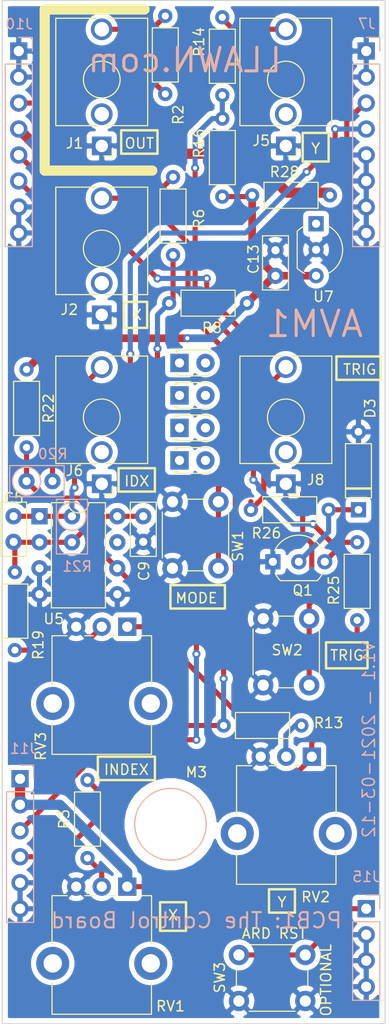
<source format=kicad_pcb>
(kicad_pcb (version 20171130) (host pcbnew "(5.1.2-1)-1")
  (layers (0 F.Cu signal) (31 B.Cu signal) (34 B.Paste user hide) (35 F.Paste user hide) (36 B.SilkS user) (37 F.SilkS user) (38 B.Mask user) (39 F.Mask user) (44 Edge.Cuts user))
  (net 0 "")
  (net 1 GND)
  (net 2 +5V)
  (net 3 -12V)
  (net 4 -5V)
  (net 5 "Net-(J1-PadT)")
  (net 6 "Net-(J1-PadTN)")
  (net 7 "Net-(J2-PadT)")
  (net 8 "Net-(J2-PadTN)")
  (net 9 "Net-(J5-PadT)")
  (net 10 "Net-(J5-PadTN)")
  (net 11 "Net-(J6-PadT)")
  (net 12 "Net-(J6-PadTN)")
  (net 13 "Net-(J8-PadT)")
  (net 14 "Net-(J8-PadTN)")
  (net 15 "Net-(R3-Pad2)")
  (net 16 "Net-(R13-Pad2)")
  (net 17 "Net-(R19-Pad2)")
  (net 18 "Net-(U5-Pad7)")
  (net 19 "Net-(C5-Pad2)")
  (net 20 "Net-(D3-Pad1)")
  (net 21 /front_E)
  (net 22 /front_D)
  (net 23 /front_C)
  (net 24 /front_B)
  (net 25 /front_A)
  (net 26 /front_G)
  (net 27 /front_F)
  (net 28 /front_H)
  (module jwm_kicad_footprints_misc:MountingHole_3.2mm_M3_9mm_cleared (layer F.Cu) (at 46.482 95.504)
    (fp_text reference M3 (at 2.54 -5.08) (layer F.SilkS))
    (fp_text value MountingHole_3.2mm_M3_9mm_cleared)
    (pad "" np_thru_hole circle (at 0 0) (size 3.2 3.2) (drill 3.2) (layers *.Cu *.Mask) (clearance 2.9))
  )
  (module Button_Switch_THT:SW_PUSH_6mm_H9.5mm (layer F.Cu) (at 59.69 112.776 180)
    (fp_text reference SW3 (at 8.382 2.286 90) (layer F.SilkS))
    (fp_text value Button_Trigger)
    (pad 1 thru_hole circle (at 6.5 0 270) (size 2 2) (drill 1.1) (layers *.Cu *.Mask) (net 1 GND))
    (pad 2 thru_hole circle (at 6.5 4.5 270) (size 2 2) (drill 1.1) (layers *.Cu *.Mask) (net 28 /front_H))
    (pad 1 thru_hole circle (at 0 0 270) (size 2 2) (drill 1.1) (layers *.Cu *.Mask) (net 1 GND))
    (pad 2 thru_hole circle (at 0 4.5 270) (size 2 2) (drill 1.1) (layers *.Cu *.Mask) (net 28 /front_H))
  )
  (module LED_THT:LED_D1.8mm_W3.3mm_H2.4mm (layer F.Cu) (at 47.371 50.419)
    (fp_text reference REF** hide)
    (fp_text value LED_D1.8mm_W3.3mm_H2.4mm)
    (pad 2 thru_hole circle (at 2.54 0) (size 1.8 1.8) (drill 0.9) (layers *.Cu *.Mask))
    (pad 1 thru_hole rect (at 0 0) (size 1.8 1.8) (drill 0.9) (layers *.Cu *.Mask))
  )
  (module LED_THT:LED_D1.8mm_W3.3mm_H2.4mm (layer F.Cu) (at 47.371 53.594)
    (fp_text reference REF** hide)
    (fp_text value LED_D1.8mm_W3.3mm_H2.4mm)
    (pad 2 thru_hole circle (at 2.54 0) (size 1.8 1.8) (drill 0.9) (layers *.Cu *.Mask))
    (pad 1 thru_hole rect (at 0 0) (size 1.8 1.8) (drill 0.9) (layers *.Cu *.Mask))
  )
  (module LED_THT:LED_D1.8mm_W3.3mm_H2.4mm (layer F.Cu) (at 47.371 56.769)
    (fp_text reference REF** hide)
    (fp_text value LED_D1.8mm_W3.3mm_H2.4mm)
    (pad 2 thru_hole circle (at 2.54 0) (size 1.8 1.8) (drill 0.9) (layers *.Cu *.Mask))
    (pad 1 thru_hole rect (at 0 0) (size 1.8 1.8) (drill 0.9) (layers *.Cu *.Mask))
  )
  (module LED_THT:LED_D1.8mm_W3.3mm_H2.4mm (layer F.Cu) (at 47.371 59.944)
    (fp_text reference REF** hide)
    (fp_text value LED_D1.8mm_W3.3mm_H2.4mm)
    (pad 2 thru_hole circle (at 2.54 0) (size 1.8 1.8) (drill 0.9) (layers *.Cu *.Mask))
    (pad 1 thru_hole rect (at 0 0) (size 1.8 1.8) (drill 0.9) (layers *.Cu *.Mask))
  )
  (module Connector_PinHeader_2.54mm:PinHeader_1x06_P2.54mm_Vertical (layer B.Cu) (at 31.75 91.059 180)
    (fp_text reference J11 (at -0.3302 2.9464) (layer B.SilkS) (effects (justify mirror)))
    (fp_text value Conn_01x06)
    (pad 6 thru_hole oval (at 0 -12.7 180) (size 1.7 1.7) (drill 1) (layers *.Cu *.Mask) (net 1 GND))
    (pad 5 thru_hole oval (at 0 -10.16 180) (size 1.7 1.7) (drill 1) (layers *.Cu *.Mask) (net 1 GND))
    (pad 4 thru_hole oval (at 0 -7.62 180) (size 1.7 1.7) (drill 1) (layers *.Cu *.Mask) (net 26 /front_G))
    (pad 3 thru_hole oval (at 0 -5.08 180) (size 1.7 1.7) (drill 1) (layers *.Cu *.Mask) (net 27 /front_F))
    (pad 2 thru_hole oval (at 0 -2.54 180) (size 1.7 1.7) (drill 1) (layers *.Cu *.Mask) (net 2 +5V))
    (pad 1 thru_hole rect (at 0 0 180) (size 1.7 1.7) (drill 1) (layers *.Cu *.Mask) (net 2 +5V))
  )
  (module Connector_PinHeader_2.54mm:PinHeader_1x04_P2.54mm_Vertical (layer B.Cu) (at 65.659 103.759 180)
    (fp_text reference J15 (at 0.0254 3.1242) (layer B.SilkS) (effects (justify mirror)))
    (fp_text value Conn_01x04)
    (pad 4 thru_hole oval (at 0 -7.62 180) (size 1.7 1.7) (drill 1) (layers *.Cu *.Mask) (net 1 GND))
    (pad 3 thru_hole oval (at 0 -5.08 180) (size 1.7 1.7) (drill 1) (layers *.Cu *.Mask) (net 1 GND))
    (pad 2 thru_hole oval (at 0 -2.54 180) (size 1.7 1.7) (drill 1) (layers *.Cu *.Mask) (net 1 GND))
    (pad 1 thru_hole rect (at 0 0 180) (size 1.7 1.7) (drill 1) (layers *.Cu *.Mask) (net 28 /front_H))
  )
  (module Connector_PinHeader_2.54mm:PinHeader_1x08_P2.54mm_Vertical (layer B.Cu) (at 31.623 19.939 180)
    (fp_text reference J10 (at -0.0254 2.6416) (layer B.SilkS) (effects (justify mirror)))
    (fp_text value Conn_01x08)
    (pad 8 thru_hole oval (at 0 -17.78 180) (size 1.7 1.7) (drill 1) (layers *.Cu *.Mask) (net 1 GND))
    (pad 7 thru_hole oval (at 0 -15.24 180) (size 1.7 1.7) (drill 1) (layers *.Cu *.Mask) (net 1 GND))
    (pad 6 thru_hole oval (at 0 -12.7 180) (size 1.7 1.7) (drill 1) (layers *.Cu *.Mask) (net 23 /front_C))
    (pad 5 thru_hole oval (at 0 -10.16 180) (size 1.7 1.7) (drill 1) (layers *.Cu *.Mask) (net 24 /front_B))
    (pad 4 thru_hole oval (at 0 -7.62 180) (size 1.7 1.7) (drill 1) (layers *.Cu *.Mask) (net 3 -12V))
    (pad 3 thru_hole oval (at 0 -5.08 180) (size 1.7 1.7) (drill 1) (layers *.Cu *.Mask) (net 25 /front_A))
    (pad 2 thru_hole oval (at 0 -2.54 180) (size 1.7 1.7) (drill 1) (layers *.Cu *.Mask) (net 1 GND))
    (pad 1 thru_hole rect (at 0 0 180) (size 1.7 1.7) (drill 1) (layers *.Cu *.Mask) (net 1 GND))
  )
  (module Connector_PinHeader_2.54mm:PinHeader_1x08_P2.54mm_Vertical (layer B.Cu) (at 65.659 19.939 180)
    (fp_text reference J7 (at -0.0508 2.667) (layer B.SilkS) (effects (justify mirror)))
    (fp_text value Conn_01x08)
    (pad 8 thru_hole oval (at 0 -17.78 180) (size 1.7 1.7) (drill 1) (layers *.Cu *.Mask) (net 1 GND))
    (pad 7 thru_hole oval (at 0 -15.24 180) (size 1.7 1.7) (drill 1) (layers *.Cu *.Mask) (net 1 GND))
    (pad 6 thru_hole oval (at 0 -12.7 180) (size 1.7 1.7) (drill 1) (layers *.Cu *.Mask) (net 1 GND))
    (pad 5 thru_hole oval (at 0 -10.16 180) (size 1.7 1.7) (drill 1) (layers *.Cu *.Mask) (net 1 GND))
    (pad 4 thru_hole oval (at 0 -7.62 180) (size 1.7 1.7) (drill 1) (layers *.Cu *.Mask) (net 21 /front_E))
    (pad 3 thru_hole oval (at 0 -5.08 180) (size 1.7 1.7) (drill 1) (layers *.Cu *.Mask) (net 22 /front_D))
    (pad 2 thru_hole oval (at 0 -2.54 180) (size 1.7 1.7) (drill 1) (layers *.Cu *.Mask) (net 1 GND))
    (pad 1 thru_hole rect (at 0 0 180) (size 1.7 1.7) (drill 1) (layers *.Cu *.Mask) (net 1 GND))
  )
  (module jwm_kicad_footprints_misc:R_Axial_P7.62mm_Horizontal_LZX (layer F.Cu) (at 31.242 70.866 270)
    (fp_text reference R19 (at 7.112 -2.286 90) (layer F.SilkS))
    (fp_text value 100K)
    (pad 2 thru_hole oval (at 7.62 0 270) (size 1.4 1.4) (drill 0.7) (layers *.Cu *.Mask) (net 17 "Net-(R19-Pad2)"))
    (pad 1 thru_hole circle (at 0 0 270) (size 1.4 1.4) (drill 0.7) (layers *.Cu *.Mask) (net 19 "Net-(C5-Pad2)"))
  )
  (module jwm_kicad_footprints_misc:R_Axial_P7.62mm_Horizontal_LZX (layer F.Cu) (at 51.689 85.852)
    (fp_text reference R13 (at 10.287 -0.254 180) (layer F.SilkS))
    (fp_text value 100K)
    (pad 2 thru_hole oval (at 7.62 0) (size 1.4 1.4) (drill 0.7) (layers *.Cu *.Mask) (net 16 "Net-(R13-Pad2)"))
    (pad 1 thru_hole circle (at 0 0) (size 1.4 1.4) (drill 0.7) (layers *.Cu *.Mask) (net 27 /front_F))
  )
  (module jwm_kicad_footprints_misc:R_Axial_P7.62mm_Horizontal_LZX (layer F.Cu) (at 61.976 64.77 180)
    (fp_text reference R26 (at 6.096 -2.286) (layer F.SilkS))
    (fp_text value 100K)
    (pad 2 thru_hole oval (at 7.62 0 180) (size 1.4 1.4) (drill 0.7) (layers *.Cu *.Mask) (net 13 "Net-(J8-PadT)"))
    (pad 1 thru_hole circle (at 0 0 180) (size 1.4 1.4) (drill 0.7) (layers *.Cu *.Mask) (net 20 "Net-(D3-Pad1)"))
  )
  (module jwm_kicad_footprints_misc:R_Axial_P7.62mm_Horizontal_LZX (layer F.Cu) (at 64.77 67.945 270)
    (fp_text reference R25 (at 4.699 2.286 90) (layer F.SilkS))
    (fp_text value 10K)
    (pad 2 thru_hole oval (at 7.62 0 270) (size 1.4 1.4) (drill 0.7) (layers *.Cu *.Mask) (net 2 +5V))
    (pad 1 thru_hole circle (at 0 0 270) (size 1.4 1.4) (drill 0.7) (layers *.Cu *.Mask) (net 23 /front_C))
  )
  (module jwm_kicad_footprints_misc:R_Axial_P7.62mm_Horizontal_LZX (layer F.Cu) (at 38.354 91.186 270)
    (fp_text reference R3 (at 3.81 2.286 90) (layer F.SilkS))
    (fp_text value 100K)
    (pad 2 thru_hole oval (at 7.62 0 270) (size 1.4 1.4) (drill 0.7) (layers *.Cu *.Mask) (net 15 "Net-(R3-Pad2)"))
    (pad 1 thru_hole circle (at 0 0 270) (size 1.4 1.4) (drill 0.7) (layers *.Cu *.Mask) (net 26 /front_G))
  )
  (module jwm_kicad_footprints_misc:R_Axial_P7.62mm_Horizontal_LZX (layer F.Cu) (at 32.385 51.054 270)
    (fp_text reference R22 (at 3.81 -2.159 90) (layer F.SilkS))
    (fp_text value 100K)
    (pad 2 thru_hole oval (at 7.62 0 270) (size 1.4 1.4) (drill 0.7) (layers *.Cu *.Mask) (net 19 "Net-(C5-Pad2)"))
    (pad 1 thru_hole circle (at 0 0 270) (size 1.4 1.4) (drill 0.7) (layers *.Cu *.Mask) (net 4 -5V))
  )
  (module jwm_kicad_footprints_misc:R_Axial_P7.62mm_Horizontal_LZX (layer F.Cu) (at 46.355 44.577)
    (fp_text reference R8 (at 4.191 2.413 180) (layer F.SilkS))
    (fp_text value 100K)
    (pad 2 thru_hole oval (at 7.62 0) (size 1.4 1.4) (drill 0.7) (layers *.Cu *.Mask) (net 4 -5V))
    (pad 1 thru_hole circle (at 0 0) (size 1.4 1.4) (drill 0.7) (layers *.Cu *.Mask) (net 26 /front_G))
  )
  (module jwm_kicad_footprints_misc:R_Axial_P7.62mm_Horizontal_LZX (layer F.Cu) (at 46.736 39.878 90)
    (fp_text reference R6 (at 3.556 2.54 270) (layer F.SilkS))
    (fp_text value 100K)
    (pad 2 thru_hole oval (at 7.62 0 90) (size 1.4 1.4) (drill 0.7) (layers *.Cu *.Mask) (net 7 "Net-(J2-PadT)"))
    (pad 1 thru_hole circle (at 0 0 90) (size 1.4 1.4) (drill 0.7) (layers *.Cu *.Mask) (net 26 /front_G))
  )
  (module jwm_kicad_footprints_misc:R_Axial_P7.62mm_Horizontal_LZX (layer F.Cu) (at 62.103 34.036 180)
    (fp_text reference R28 (at 4.445 2.286) (layer F.SilkS))
    (fp_text value 10K)
    (pad 2 thru_hole oval (at 7.62 0 180) (size 1.4 1.4) (drill 0.7) (layers *.Cu *.Mask) (net 4 -5V))
    (pad 1 thru_hole circle (at 0 0 180) (size 1.4 1.4) (drill 0.7) (layers *.Cu *.Mask) (net 3 -12V))
  )
  (module jwm_kicad_footprints_misc:R_Axial_P7.62mm_Horizontal_LZX (layer F.Cu) (at 51.562 24.257 90)
    (fp_text reference R14 (at 5.207 -2.286 270) (layer F.SilkS))
    (fp_text value 100K)
    (pad 2 thru_hole oval (at 7.62 0 90) (size 1.4 1.4) (drill 0.7) (layers *.Cu *.Mask) (net 9 "Net-(J5-PadT)"))
    (pad 1 thru_hole circle (at 0 0 90) (size 1.4 1.4) (drill 0.7) (layers *.Cu *.Mask) (net 27 /front_F))
  )
  (module jwm_kicad_footprints_misc:R_Axial_P7.62mm_Horizontal_LZX (layer F.Cu) (at 51.562 26.543 270)
    (fp_text reference R16 (at 2.413 2.286 90) (layer F.SilkS))
    (fp_text value 100K)
    (pad 2 thru_hole oval (at 7.62 0 270) (size 1.4 1.4) (drill 0.7) (layers *.Cu *.Mask) (net 4 -5V))
    (pad 1 thru_hole circle (at 0 0 270) (size 1.4 1.4) (drill 0.7) (layers *.Cu *.Mask) (net 27 /front_F))
  )
  (module jwm_kicad_footprints_misc:R_Axial_P7.62mm_Horizontal_LZX (layer F.Cu) (at 45.974 16.51 270)
    (fp_text reference R2 (at 9.652 -1.27 270) (layer F.SilkS))
    (fp_text value 499R)
    (pad 2 thru_hole oval (at 7.62 0 270) (size 1.4 1.4) (drill 0.7) (layers *.Cu *.Mask) (net 25 /front_A))
    (pad 1 thru_hole circle (at 0 0 270) (size 1.4 1.4) (drill 0.7) (layers *.Cu *.Mask) (net 5 "Net-(J1-PadT)"))
  )
  (module Resistor_THT:R_Axial_DIN0207_L6.3mm_D2.5mm_P2.54mm_Vertical (layer B.Cu) (at 36.83 65.405 270)
    (fp_text reference R21 (at 4.9022 -0.508 180) (layer B.SilkS) (effects (justify mirror)))
    (fp_text value 100K)
    (pad 2 thru_hole oval (at 2.54 0 270) (size 1.6 1.6) (drill 0.8) (layers *.Cu *.Mask) (net 19 "Net-(C5-Pad2)"))
    (pad 1 thru_hole circle (at 0 0 270) (size 1.6 1.6) (drill 0.8) (layers *.Cu *.Mask) (net 21 /front_E))
  )
  (module Resistor_THT:R_Axial_DIN0207_L6.3mm_D2.5mm_P2.54mm_Vertical (layer B.Cu) (at 32.385 61.976)
    (fp_text reference R20 (at 2.5654 -2.667) (layer B.SilkS) (effects (justify mirror)))
    (fp_text value 100K)
    (pad 2 thru_hole oval (at 2.54 0) (size 1.6 1.6) (drill 0.8) (layers *.Cu *.Mask) (net 11 "Net-(J6-PadT)"))
    (pad 1 thru_hole circle (at 0 0) (size 1.6 1.6) (drill 0.8) (layers *.Cu *.Mask) (net 19 "Net-(C5-Pad2)"))
  )
  (module jwm_kicad_footprints_misc:C_Disc_D5.0mm_W2.5mm_P2.50mm_LZX (layer F.Cu) (at 31.115 65.405 270)
    (fp_text reference C5 (at -1.778 -0.0254 180) (layer F.SilkS))
    (fp_text value 10nf hide)
    (pad 2 thru_hole circle (at 2.5 0 270) (size 1.6 1.6) (drill 0.8) (layers *.Cu *.Mask) (net 19 "Net-(C5-Pad2)"))
    (pad 1 thru_hole circle (at 0 0 270) (size 1.6 1.6) (drill 0.8) (layers *.Cu *.Mask) (net 21 /front_E))
  )
  (module jwm_kicad_footprints_misc:D_P7.62mm_Horizontal_LZX (layer F.Cu) (at 64.897 64.77 90)
    (fp_text reference D3 (at 9.906 1.143 270) (layer F.SilkS))
    (fp_text value 1N4148 hide)
    (pad 2 thru_hole oval (at 7.62 0 90) (size 1.5 1.5) (drill 0.75) (layers *.Cu *.Mask) (net 1 GND))
    (pad 1 thru_hole rect (at 0 0 90) (size 1.5 1.5) (drill 0.75) (layers *.Cu *.Mask) (net 20 "Net-(D3-Pad1)"))
  )
  (module Package_TO_SOT_THT:TO-92_Inline_Wide (layer F.Cu) (at 60.745 36.815 270)
    (fp_text reference U7 (at 7.127 -0.723) (layer F.SilkS))
    (fp_text value LM4040LP-5)
    (pad 1 thru_hole rect (at 0 0) (size 1.5 1.5) (drill 0.8) (layers *.Cu *.Mask))
    (pad 3 thru_hole circle (at 5.08 0) (size 1.5 1.5) (drill 0.8) (layers *.Cu *.Mask) (net 4 -5V))
    (pad 2 thru_hole circle (at 2.54 0) (size 1.5 1.5) (drill 0.8) (layers *.Cu *.Mask) (net 1 GND))
  )
  (module Package_DIP:DIP-8_W7.62mm (layer F.Cu) (at 33.655 65.405)
    (fp_text reference U5 (at 1.397 10.033) (layer F.SilkS))
    (fp_text value MCP6002-xP)
    (pad 8 thru_hole oval (at 7.62 0) (size 1.6 1.6) (drill 0.8) (layers *.Cu *.Mask) (net 2 +5V))
    (pad 4 thru_hole oval (at 0 7.62) (size 1.6 1.6) (drill 0.8) (layers *.Cu *.Mask) (net 1 GND))
    (pad 7 thru_hole oval (at 7.62 2.54) (size 1.6 1.6) (drill 0.8) (layers *.Cu *.Mask) (net 18 "Net-(U5-Pad7)"))
    (pad 3 thru_hole oval (at 0 5.08) (size 1.6 1.6) (drill 0.8) (layers *.Cu *.Mask) (net 1 GND))
    (pad 6 thru_hole oval (at 7.62 5.08) (size 1.6 1.6) (drill 0.8) (layers *.Cu *.Mask) (net 2 +5V))
    (pad 2 thru_hole oval (at 0 2.54) (size 1.6 1.6) (drill 0.8) (layers *.Cu *.Mask) (net 19 "Net-(C5-Pad2)"))
    (pad 5 thru_hole oval (at 7.62 7.62) (size 1.6 1.6) (drill 0.8) (layers *.Cu *.Mask) (net 1 GND))
    (pad 1 thru_hole rect (at 0 0) (size 1.6 1.6) (drill 0.8) (layers *.Cu *.Mask) (net 21 /front_E))
  )
  (module Button_Switch_THT:SW_PUSH_6mm_H7.3mm (layer F.Cu) (at 55.571 81.915 90)
    (fp_text reference SW2 (at 3.429 2.341 180) (layer F.SilkS))
    (fp_text value Button_Trigger)
    (pad 1 thru_hole circle (at 6.5 0 180) (size 2 2) (drill 1.1) (layers *.Cu *.Mask) (net 1 GND))
    (pad 2 thru_hole circle (at 6.5 4.5 180) (size 2 2) (drill 1.1) (layers *.Cu *.Mask) (net 22 /front_D))
    (pad 1 thru_hole circle (at 0 0 180) (size 2 2) (drill 1.1) (layers *.Cu *.Mask) (net 1 GND))
    (pad 2 thru_hole circle (at 0 4.5 180) (size 2 2) (drill 1.1) (layers *.Cu *.Mask) (net 22 /front_D))
  )
  (module Button_Switch_THT:SW_PUSH_6mm_H7.3mm (layer F.Cu) (at 46.681 70.485 90)
    (fp_text reference SW1 (at 2.159 6.405 270) (layer F.SilkS))
    (fp_text value Button_Mode)
    (pad 1 thru_hole circle (at 6.5 0 180) (size 2 2) (drill 1.1) (layers *.Cu *.Mask) (net 1 GND))
    (pad 2 thru_hole circle (at 6.5 4.5 180) (size 2 2) (drill 1.1) (layers *.Cu *.Mask) (net 24 /front_B))
    (pad 1 thru_hole circle (at 0 0 180) (size 2 2) (drill 1.1) (layers *.Cu *.Mask) (net 1 GND))
    (pad 2 thru_hole circle (at 0 4.5 180) (size 2 2) (drill 1.1) (layers *.Cu *.Mask) (net 24 /front_B))
  )
  (module Potentiometer_THT:Potentiometer_Alpha_RD901F-40-00D_Single_Vertical_CircularHoles (layer F.Cu) (at 42.251 76.2 270)
    (fp_text reference RV3 (at 11.684 8.469 90) (layer F.SilkS))
    (fp_text value "B10K (INDEX)")
    (pad "" thru_hole circle (at 7.5 -2.3) (size 3.24 3.24) (drill 1.8) (layers *.Cu *.Mask))
    (pad "" thru_hole circle (at 7.5 7.3) (size 3.24 3.24) (drill 1.8) (layers *.Cu *.Mask))
    (pad 3 thru_hole circle (at 0 5) (size 1.8 1.8) (drill 1) (layers *.Cu *.Mask) (net 1 GND))
    (pad 2 thru_hole circle (at 0 2.5) (size 1.8 1.8) (drill 1) (layers *.Cu *.Mask) (net 17 "Net-(R19-Pad2)"))
    (pad 1 thru_hole rect (at 0 0) (size 1.8 1.8) (drill 1) (layers *.Cu *.Mask) (net 2 +5V))
  )
  (module Potentiometer_THT:Potentiometer_Alpha_RD901F-40-00D_Single_Vertical_CircularHoles (layer F.Cu) (at 60.325 88.9 270)
    (fp_text reference RV2 (at 13.716 -0.381) (layer F.SilkS))
    (fp_text value "B10K (Y)")
    (pad "" thru_hole circle (at 7.5 -2.3) (size 3.24 3.24) (drill 1.8) (layers *.Cu *.Mask))
    (pad "" thru_hole circle (at 7.5 7.3) (size 3.24 3.24) (drill 1.8) (layers *.Cu *.Mask))
    (pad 3 thru_hole circle (at 0 5) (size 1.8 1.8) (drill 1) (layers *.Cu *.Mask) (net 1 GND))
    (pad 2 thru_hole circle (at 0 2.5) (size 1.8 1.8) (drill 1) (layers *.Cu *.Mask) (net 16 "Net-(R13-Pad2)"))
    (pad 1 thru_hole rect (at 0 0) (size 1.8 1.8) (drill 1) (layers *.Cu *.Mask) (net 2 +5V))
  )
  (module Potentiometer_THT:Potentiometer_Alpha_RD901F-40-00D_Single_Vertical_CircularHoles (layer F.Cu) (at 42.251 101.6 270)
    (fp_text reference RV1 (at 11.684 -4.231) (layer F.SilkS))
    (fp_text value "B10K (X)")
    (pad "" thru_hole circle (at 7.5 -2.3) (size 3.24 3.24) (drill 1.8) (layers *.Cu *.Mask))
    (pad "" thru_hole circle (at 7.5 7.3) (size 3.24 3.24) (drill 1.8) (layers *.Cu *.Mask))
    (pad 3 thru_hole circle (at 0 5) (size 1.8 1.8) (drill 1) (layers *.Cu *.Mask) (net 1 GND))
    (pad 2 thru_hole circle (at 0 2.5) (size 1.8 1.8) (drill 1) (layers *.Cu *.Mask) (net 15 "Net-(R3-Pad2)"))
    (pad 1 thru_hole rect (at 0 0) (size 1.8 1.8) (drill 1) (layers *.Cu *.Mask) (net 2 +5V))
  )
  (module Package_TO_SOT_THT:TO-92_Inline_Wide (layer F.Cu) (at 56.515 69.85)
    (fp_text reference Q1 (at 2.921 2.794) (layer F.SilkS))
    (fp_text value 2N3904)
    (pad 1 thru_hole rect (at 0 0 90) (size 1.5 1.5) (drill 0.8) (layers *.Cu *.Mask) (net 1 GND))
    (pad 3 thru_hole circle (at 5.08 0 90) (size 1.5 1.5) (drill 0.8) (layers *.Cu *.Mask) (net 23 /front_C))
    (pad 2 thru_hole circle (at 2.54 0 90) (size 1.5 1.5) (drill 0.8) (layers *.Cu *.Mask) (net 20 "Net-(D3-Pad1)"))
  )
  (module Connector_Audio:Jack_3.5mm_QingPu_WQP-PJ398SM_Vertical_CircularHoles (layer F.Cu) (at 57.785 62.23 180)
    (fp_text reference J8 (at -2.921 0.381 180) (layer F.SilkS))
    (fp_text value Jack_Trigger)
    (pad T thru_hole circle (at 0 11.4) (size 2.13 2.13) (drill 1.43) (layers *.Cu *.Mask) (net 13 "Net-(J8-PadT)"))
    (pad S thru_hole rect (at 0 0) (size 1.93 1.83) (drill 1.22) (layers *.Cu *.Mask) (net 1 GND))
    (pad TN thru_hole circle (at 0 3.1) (size 2.13 2.13) (drill 1.42) (layers *.Cu *.Mask) (net 14 "Net-(J8-PadTN)"))
  )
  (module Connector_Audio:Jack_3.5mm_QingPu_WQP-PJ398SM_Vertical_CircularHoles (layer F.Cu) (at 39.751 62.23 180)
    (fp_text reference J6 (at 2.667 1.27 180) (layer F.SilkS))
    (fp_text value Jack_Index_CV)
    (pad T thru_hole circle (at 0 11.4) (size 2.13 2.13) (drill 1.43) (layers *.Cu *.Mask) (net 11 "Net-(J6-PadT)"))
    (pad S thru_hole rect (at 0 0) (size 1.93 1.83) (drill 1.22) (layers *.Cu *.Mask) (net 1 GND))
    (pad TN thru_hole circle (at 0 3.1) (size 2.13 2.13) (drill 1.42) (layers *.Cu *.Mask) (net 12 "Net-(J6-PadTN)"))
  )
  (module Connector_Audio:Jack_3.5mm_QingPu_WQP-PJ398SM_Vertical_CircularHoles (layer F.Cu) (at 57.785 29.21 180)
    (fp_text reference J5 (at 2.413 0.508 180) (layer F.SilkS))
    (fp_text value Jack_Y_CV)
    (pad T thru_hole circle (at 0 11.4) (size 2.13 2.13) (drill 1.43) (layers *.Cu *.Mask) (net 9 "Net-(J5-PadT)"))
    (pad S thru_hole rect (at 0 0) (size 1.93 1.83) (drill 1.22) (layers *.Cu *.Mask) (net 1 GND))
    (pad TN thru_hole circle (at 0 3.1) (size 2.13 2.13) (drill 1.42) (layers *.Cu *.Mask) (net 10 "Net-(J5-PadTN)"))
  )
  (module Connector_Audio:Jack_3.5mm_QingPu_WQP-PJ398SM_Vertical_CircularHoles (layer F.Cu) (at 39.751 45.72 180)
    (fp_text reference J2 (at 3.175 0.508 180) (layer F.SilkS))
    (fp_text value Jack_X_CV)
    (pad T thru_hole circle (at 0 11.4) (size 2.13 2.13) (drill 1.43) (layers *.Cu *.Mask) (net 7 "Net-(J2-PadT)"))
    (pad S thru_hole rect (at 0 0) (size 1.93 1.83) (drill 1.22) (layers *.Cu *.Mask) (net 1 GND))
    (pad TN thru_hole circle (at 0 3.1) (size 2.13 2.13) (drill 1.42) (layers *.Cu *.Mask) (net 8 "Net-(J2-PadTN)"))
  )
  (module Connector_Audio:Jack_3.5mm_QingPu_WQP-PJ398SM_Vertical_CircularHoles (layer F.Cu) (at 39.751 29.21 180)
    (fp_text reference J1 (at 2.667 0.254 180) (layer F.SilkS))
    (fp_text value Video_Output)
    (pad T thru_hole circle (at 0 11.4) (size 2.13 2.13) (drill 1.43) (layers *.Cu *.Mask) (net 5 "Net-(J1-PadT)"))
    (pad S thru_hole rect (at 0 0) (size 1.93 1.83) (drill 1.22) (layers *.Cu *.Mask) (net 1 GND))
    (pad TN thru_hole circle (at 0 3.1) (size 2.13 2.13) (drill 1.42) (layers *.Cu *.Mask) (net 6 "Net-(J1-PadTN)"))
  )
  (module jwm_kicad_footprints_misc:C_Disc_D5.0mm_W2.5mm_P2.50mm_LZX (layer F.Cu) (at 56.769 41.91 90)
    (fp_text reference C13 (at 1.6256 -2.159 90) (layer F.SilkS))
    (fp_text value 470nF hide)
    (pad 2 thru_hole circle (at 2.5 0 90) (size 1.6 1.6) (drill 0.8) (layers *.Cu *.Mask) (net 1 GND))
    (pad 1 thru_hole circle (at 0 0 90) (size 1.6 1.6) (drill 0.8) (layers *.Cu *.Mask) (net 4 -5V))
  )
  (module jwm_kicad_footprints_misc:C_Disc_D5.0mm_W2.5mm_P2.50mm_LZX (layer F.Cu) (at 43.815 65.405 270)
    (fp_text reference C9 (at 5.3594 -0.0762 270) (layer F.SilkS))
    (fp_text value 100nF hide)
    (pad 2 thru_hole circle (at 2.5 0 270) (size 1.6 1.6) (drill 0.8) (layers *.Cu *.Mask) (net 1 GND))
    (pad 1 thru_hole circle (at 0 0 270) (size 1.6 1.6) (drill 0.8) (layers *.Cu *.Mask) (net 2 +5V))
  )
  (gr_line (start 34.163 15.875) (end 34.163 31.623) (layer F.SilkS) (width 1))
  (gr_line (start 34.163 31.623) (end 44.704 31.623) (layer F.SilkS) (width 1))
  (gr_line (start 43.942 15.875) (end 34.163 15.875) (layer F.SilkS) (width 1))
  (gr_line (start 35.306 63.754) (end 38.354 63.754) (layer B.SilkS) (width 0.12))
  (gr_line (start 35.306 69.088) (end 35.306 63.754) (layer B.SilkS) (width 0.12))
  (gr_line (start 38.354 69.088) (end 35.306 69.088) (layer B.SilkS) (width 0.12))
  (gr_line (start 38.354 63.754) (end 38.354 69.088) (layer B.SilkS) (width 0.12))
  (gr_line (start 36.068 63.5) (end 36.068 60.452) (layer B.SilkS) (width 0.12))
  (gr_line (start 30.734 63.5) (end 36.068 63.5) (layer B.SilkS) (width 0.12))
  (gr_line (start 30.734 60.452) (end 30.734 63.5) (layer B.SilkS) (width 0.12))
  (gr_line (start 36.068 60.452) (end 30.734 60.452) (layer B.SilkS) (width 0.12))
  (gr_line (start 65.786 77.724) (end 61.722 77.724) (layer F.SilkS) (width 0.24))
  (gr_line (start 65.786 80.264) (end 65.786 77.724) (layer F.SilkS) (width 0.24))
  (gr_line (start 61.722 80.264) (end 65.786 80.264) (layer F.SilkS) (width 0.24))
  (gr_line (start 61.722 77.724) (end 61.722 80.264) (layer F.SilkS) (width 0.24))
  (gr_line (start 39.37 91.186) (end 39.37 88.9) (layer F.SilkS) (width 0.24))
  (gr_line (start 44.958 91.186) (end 39.37 91.186) (layer F.SilkS) (width 0.24))
  (gr_line (start 44.958 88.9) (end 44.958 91.186) (layer F.SilkS) (width 0.24))
  (gr_line (start 39.37 88.9) (end 44.958 88.9) (layer F.SilkS) (width 0.24))
  (gr_line (start 56.134 104.14) (end 56.134 101.854) (layer F.SilkS) (width 0.24))
  (gr_line (start 58.674 104.14) (end 56.134 104.14) (layer F.SilkS) (width 0.24))
  (gr_line (start 58.674 101.854) (end 58.674 104.14) (layer F.SilkS) (width 0.24))
  (gr_line (start 56.134 101.854) (end 58.674 101.854) (layer F.SilkS) (width 0.24))
  (gr_line (start 48.006 103.124) (end 45.466 103.124) (layer F.SilkS) (width 0.24))
  (gr_line (start 48.006 105.918) (end 48.006 103.124) (layer F.SilkS) (width 0.24))
  (gr_line (start 45.466 105.918) (end 48.006 105.918) (layer F.SilkS) (width 0.24))
  (gr_line (start 45.466 103.124) (end 45.466 105.918) (layer F.SilkS) (width 0.24))
  (gr_line (start 41.402 62.992) (end 41.402 60.706) (layer F.SilkS) (width 0.24))
  (gr_line (start 44.958 62.992) (end 41.402 62.992) (layer F.SilkS) (width 0.24))
  (gr_line (start 44.958 60.706) (end 44.958 62.992) (layer F.SilkS) (width 0.24))
  (gr_line (start 41.402 60.706) (end 44.958 60.706) (layer F.SilkS) (width 0.24))
  (gr_line (start 46.482 74.422) (end 46.482 72.136) (layer F.SilkS) (width 0.24))
  (gr_line (start 51.816 74.422) (end 46.482 74.422) (layer F.SilkS) (width 0.24))
  (gr_line (start 51.816 72.136) (end 51.816 74.422) (layer F.SilkS) (width 0.24))
  (gr_line (start 46.482 72.136) (end 51.816 72.136) (layer F.SilkS) (width 0.24))
  (gr_line (start 67.056 49.784) (end 62.738 49.784) (layer F.SilkS) (width 0.24))
  (gr_line (start 67.056 52.07) (end 67.056 49.784) (layer F.SilkS) (width 0.24))
  (gr_line (start 62.738 52.07) (end 67.056 52.07) (layer F.SilkS) (width 0.24))
  (gr_line (start 62.738 49.784) (end 62.738 52.07) (layer F.SilkS) (width 0.24))
  (gr_line (start 41.91 46.99) (end 41.91 44.45) (layer F.SilkS) (width 0.24))
  (gr_line (start 44.196 46.99) (end 41.91 46.99) (layer F.SilkS) (width 0.24))
  (gr_line (start 44.196 44.45) (end 44.196 46.99) (layer F.SilkS) (width 0.24))
  (gr_line (start 41.91 44.45) (end 44.196 44.45) (layer F.SilkS) (width 0.24))
  (gr_line (start 59.436 30.734) (end 59.436 27.94) (layer F.SilkS) (width 0.24))
  (gr_line (start 61.976 30.734) (end 59.436 30.734) (layer F.SilkS) (width 0.24))
  (gr_line (start 61.976 27.94) (end 61.976 30.734) (layer F.SilkS) (width 0.24))
  (gr_line (start 59.436 27.94) (end 61.976 27.94) (layer F.SilkS) (width 0.24))
  (gr_line (start 41.656 29.972) (end 41.656 27.686) (layer F.SilkS) (width 0.24))
  (gr_line (start 45.212 29.972) (end 41.656 29.972) (layer F.SilkS) (width 0.24))
  (gr_line (start 45.212 27.686) (end 45.212 29.972) (layer F.SilkS) (width 0.24))
  (gr_line (start 41.656 27.686) (end 45.212 27.686) (layer F.SilkS) (width 0.24))
  (gr_text IDX (at 43.18 61.976) (layer F.SilkS) (effects (font (size 1 1))))
  (gr_text INDEX (at 42.164 90.17) (layer F.SilkS) (effects (font (size 1 1))))
  (gr_text X (at 46.736 104.394) (layer F.SilkS) (effects (font (size 1 1))))
  (gr_text "ARD RST" (at 56.642 106.172) (layer F.SilkS) (effects (font (size 1 1))))
  (gr_text OPTIONAL (at 61.722 110.744 90) (layer F.SilkS) (effects (font (size 1 1))))
  (gr_text Y (at 57.404 103.124) (layer F.SilkS) (effects (font (size 1 1))))
  (gr_text MODE (at 49.022 73.406) (layer F.SilkS) (effects (font (size 1 1))))
  (gr_text TRIG (at 63.754 78.994) (layer F.SilkS) (effects (font (size 1 1))))
  (gr_text TRIG (at 65.024 51.054) (layer F.SilkS) (effects (font (size 1 1))))
  (gr_text X (at 43.18 45.72) (layer F.SilkS) (effects (font (size 1 1))))
  (gr_text Y (at 60.706 29.464) (layer F.SilkS) (effects (font (size 1 1))))
  (gr_text OUT (at 43.434 28.956) (layer F.SilkS) (effects (font (size 1 1))))
  (gr_text "V1.1 — 2021-03-12" (at 65.913 87.249 90) (layer B.SilkS) (effects (font (size 1.2 1.2)) (justify mirror)))
  (gr_text "PCB1: The Control Board" (at 49.022 104.902) (layer B.SilkS) (effects (font (size 1.5 1.5) (thickness 0.2)) (justify mirror)))
  (gr_text LLAWN.com (at 47.879 20.828) (layer B.SilkS) (effects (font (size 2.3 2.3) (thickness 0.3)) (justify mirror)))
  (gr_text AVM1 (at 60.579 46.609) (layer B.SilkS) (effects (font (size 2.5 2.5) (thickness 0.3)) (justify mirror)))
  (gr_line (start 67.5 115) (end 67.5 15) (layer Edge.Cuts) (width 0.1))
  (gr_line (start 30 115) (end 67.5 115) (layer Edge.Cuts) (width 0.1))
  (gr_line (start 30 15) (end 30 115) (layer Edge.Cuts) (width 0.1))
  (gr_line (start 67.5 15) (end 30 15) (layer Edge.Cuts) (width 0.1))
  (segment (start 64.77 83.055) (end 64.77 76.554949) (width 0.5) (layer F.Cu) (net 2))
  (segment (start 60.325 87.5) (end 64.77 83.055) (width 0.5) (layer F.Cu) (net 2))
  (segment (start 60.325 88.9) (end 60.325 87.5) (width 0.5) (layer F.Cu) (net 2))
  (segment (start 64.77 76.554949) (end 64.77 75.565) (width 0.5) (layer F.Cu) (net 2))
  (segment (start 43.815 65.405) (end 41.275 65.405) (width 0.5) (layer F.Cu) (net 2))
  (segment (start 40.14363 65.405) (end 39.624 65.92463) (width 0.5) (layer F.Cu) (net 2))
  (segment (start 41.275 65.405) (end 40.14363 65.405) (width 0.5) (layer F.Cu) (net 2))
  (segment (start 39.624 65.92463) (end 39.624 68.834) (width 0.5) (layer F.Cu) (net 2))
  (segment (start 39.624 68.834) (end 41.275 70.485) (width 0.5) (layer F.Cu) (net 2))
  (segment (start 53.303 84.926) (end 44.577 76.2) (width 0.5) (layer F.Cu) (net 2))
  (segment (start 44.577 76.2) (end 42.291 76.2) (width 0.5) (layer F.Cu) (net 2))
  (segment (start 42.074999 71.284999) (end 41.275 70.485) (width 0.5) (layer F.Cu) (net 2))
  (segment (start 44.577 73.787) (end 42.074999 71.284999) (width 0.5) (layer F.Cu) (net 2))
  (segment (start 44.577 76.2) (end 44.577 73.787) (width 0.5) (layer F.Cu) (net 2))
  (segment (start 42.251 100.2) (end 35.65 93.599) (width 1) (layer B.Cu) (net 2))
  (segment (start 42.251 101.6) (end 42.251 100.2) (width 1) (layer B.Cu) (net 2))
  (segment (start 35.65 93.599) (end 31.623 93.599) (width 1) (layer B.Cu) (net 2))
  (segment (start 31.75 93.599) (end 31.75 91.059) (width 1) (layer F.Cu) (net 2))
  (segment (start 42.251 101.6) (end 51.562 101.6) (width 0.5) (layer F.Cu) (net 2))
  (segment (start 51.562 101.6) (end 56.388 96.774) (width 0.5) (layer F.Cu) (net 2))
  (segment (start 53.303 89.879) (end 56.388 92.964) (width 0.5) (layer F.Cu) (net 2))
  (segment (start 53.303 84.926) (end 53.303 89.879) (width 0.5) (layer F.Cu) (net 2))
  (segment (start 56.388 96.774) (end 56.388 92.964) (width 0.5) (layer F.Cu) (net 2))
  (segment (start 56.388 92.964) (end 60.452 88.9) (width 0.5) (layer F.Cu) (net 2))
  (segment (start 35.433 31.369) (end 31.623 27.559) (width 1) (layer F.Cu) (net 3))
  (segment (start 54.102 29.972) (end 44.323 29.972) (width 1) (layer F.Cu) (net 3))
  (segment (start 35.814 31.75) (end 35.433 31.369) (width 1) (layer F.Cu) (net 3))
  (segment (start 44.323 29.972) (end 42.545 31.75) (width 1) (layer F.Cu) (net 3))
  (segment (start 57.912 33.782) (end 54.102 29.972) (width 1) (layer F.Cu) (net 3))
  (segment (start 42.545 31.75) (end 35.814 31.75) (width 1) (layer F.Cu) (net 3))
  (segment (start 62.103 33.782) (end 57.912 33.782) (width 1) (layer F.Cu) (net 3))
  (segment (start 60.745 41.895) (end 56.784 41.895) (width 0.75) (layer F.Cu) (net 4))
  (segment (start 56.784 41.895) (end 56.657 41.895) (width 0.5) (layer F.Cu) (net 4))
  (segment (start 56.657 41.895) (end 53.975 44.577) (width 0.75) (layer F.Cu) (net 4))
  (segment (start 54.483 39.624) (end 54.483 33.782) (width 0.75) (layer F.Cu) (net 4))
  (via (at 48.133 48.006) (size 0.8) (drill 0.4) (layers F.Cu B.Cu) (net 4))
  (segment (start 48.133 48.006) (end 35.433 48.006) (width 0.75) (layer F.Cu) (net 4))
  (segment (start 53.975 44.577) (end 50.546 48.006) (width 0.75) (layer B.Cu) (net 4))
  (segment (start 50.546 48.006) (end 48.133 48.006) (width 0.75) (layer B.Cu) (net 4))
  (segment (start 35.433 48.006) (end 32.385 51.054) (width 0.75) (layer F.Cu) (net 4))
  (segment (start 54.483 39.624) (end 56.769 41.91) (width 0.75) (layer F.Cu) (net 4))
  (segment (start 51.562 34.163) (end 54.229 34.163) (width 0.5) (layer F.Cu) (net 4))
  (segment (start 54.229 34.163) (end 54.356 34.036) (width 0.5) (layer F.Cu) (net 4))
  (segment (start 39.751 17.81) (end 44.674 17.81) (width 0.5) (layer F.Cu) (net 5))
  (segment (start 44.674 17.81) (end 45.974 16.51) (width 0.5) (layer F.Cu) (net 5))
  (segment (start 39.751 34.32) (end 44.674 34.32) (width 0.5) (layer F.Cu) (net 7))
  (segment (start 44.674 34.32) (end 46.736 32.258) (width 0.5) (layer F.Cu) (net 7))
  (segment (start 57.785 17.81) (end 52.608 17.81) (width 0.5) (layer F.Cu) (net 9))
  (segment (start 52.608 17.81) (end 51.562 16.764) (width 0.5) (layer F.Cu) (net 9))
  (segment (start 39.751 50.83) (end 34.925 55.656) (width 0.5) (layer F.Cu) (net 11))
  (segment (start 34.925 55.656) (end 34.925 61.976) (width 0.5) (layer F.Cu) (net 11))
  (segment (start 54.356 63.978) (end 54.356 64.77) (width 0.5) (layer F.Cu) (net 13))
  (segment (start 54.356 64.77) (end 55.626 63.5) (width 0.5) (layer F.Cu) (net 13))
  (segment (start 55.626 63.5) (end 55.626 53.086) (width 0.5) (layer F.Cu) (net 13))
  (segment (start 55.626 53.086) (end 57.912 50.8) (width 0.5) (layer F.Cu) (net 13))
  (segment (start 39.751 100.584) (end 39.751 101.473) (width 0.5) (layer F.Cu) (net 15))
  (segment (start 39.751 100.203) (end 39.751 100.584) (width 0.5) (layer F.Cu) (net 15))
  (segment (start 38.354 98.806) (end 39.751 100.203) (width 0.5) (layer F.Cu) (net 15))
  (segment (start 58.700051 85.852) (end 57.785 86.767051) (width 0.5) (layer B.Cu) (net 16))
  (segment (start 59.69 85.852) (end 58.700051 85.852) (width 0.5) (layer B.Cu) (net 16))
  (segment (start 57.785 86.767051) (end 57.785 88.9) (width 0.5) (layer B.Cu) (net 16))
  (segment (start 31.242 78.486) (end 37.465 78.486) (width 0.5) (layer F.Cu) (net 17))
  (segment (start 37.465 78.486) (end 39.751 76.2) (width 0.5) (layer F.Cu) (net 17))
  (segment (start 36.83 67.945) (end 33.528 67.945) (width 0.5) (layer F.Cu) (net 19))
  (segment (start 33.528 67.945) (end 31.115 67.945) (width 0.5) (layer F.Cu) (net 19))
  (segment (start 31.115 67.945) (end 31.242 68.072) (width 0.5) (layer F.Cu) (net 19))
  (segment (start 31.242 68.072) (end 31.242 70.866) (width 0.5) (layer F.Cu) (net 19))
  (segment (start 32.385 58.674) (end 32.385 61.976) (width 0.5) (layer F.Cu) (net 19))
  (segment (start 36.83 67.945) (end 38.608 66.167) (width 0.5) (layer F.Cu) (net 19))
  (segment (start 38.608 66.167) (end 38.608 64.897) (width 0.5) (layer F.Cu) (net 19))
  (segment (start 38.608 64.897) (end 38.608 64.77) (width 0.5) (layer F.Cu) (net 19))
  (segment (start 38.608 64.77) (end 37.592 63.754) (width 0.5) (layer F.Cu) (net 19))
  (segment (start 37.592 63.754) (end 37.465 63.627) (width 0.5) (layer F.Cu) (net 19))
  (segment (start 37.465 63.627) (end 34.036 63.627) (width 0.5) (layer F.Cu) (net 19))
  (segment (start 34.036 63.627) (end 32.385 61.976) (width 0.5) (layer F.Cu) (net 19))
  (segment (start 64.897 64.77) (end 61.976 64.77) (width 0.5) (layer F.Cu) (net 20))
  (segment (start 61.976 64.77) (end 61.976 66.929) (width 0.5) (layer B.Cu) (net 20))
  (segment (start 61.976 66.929) (end 59.055 69.85) (width 0.5) (layer B.Cu) (net 20))
  (segment (start 36.83 65.405) (end 33.655 65.405) (width 0.5) (layer F.Cu) (net 21))
  (segment (start 33.655 65.405) (end 31.115 65.405) (width 0.5) (layer F.Cu) (net 21))
  (via (at 37.084 62.611) (size 0.8) (drill 0.4) (layers F.Cu B.Cu) (net 21))
  (segment (start 36.83 62.865) (end 37.084 62.611) (width 0.5) (layer B.Cu) (net 21))
  (segment (start 36.83 65.405) (end 36.83 62.865) (width 0.5) (layer B.Cu) (net 21))
  (via (at 42.545 49.53) (size 0.8) (drill 0.4) (layers F.Cu B.Cu) (net 21))
  (via (at 59.817 31.75) (size 0.8) (drill 0.4) (layers F.Cu B.Cu) (net 21))
  (via (at 62.611 27.559) (size 0.8) (drill 0.4) (layers F.Cu B.Cu) (net 21))
  (segment (start 62.611 28.956) (end 62.611 27.559) (width 0.5) (layer F.Cu) (net 21))
  (segment (start 59.817 31.75) (end 62.611 28.956) (width 0.5) (layer F.Cu) (net 21))
  (segment (start 62.611 27.559) (end 65.659 27.559) (width 0.5) (layer B.Cu) (net 21))
  (segment (start 53.848 37.719) (end 54.356 37.211) (width 0.5) (layer B.Cu) (net 21))
  (segment (start 54.356 37.211) (end 59.817 31.75) (width 0.5) (layer B.Cu) (net 21))
  (segment (start 45.466 37.719) (end 53.848 37.719) (width 0.5) (layer B.Cu) (net 21))
  (segment (start 42.545 40.64) (end 45.466 37.719) (width 0.5) (layer B.Cu) (net 21))
  (segment (start 42.545 49.53) (end 42.545 40.64) (width 0.5) (layer B.Cu) (net 21))
  (segment (start 42.545 51.308) (end 42.545 49.53) (width 0.5) (layer F.Cu) (net 21))
  (segment (start 40.64 53.213) (end 42.545 51.308) (width 0.5) (layer F.Cu) (net 21))
  (segment (start 38.862 53.213) (end 40.64 53.213) (width 0.5) (layer F.Cu) (net 21))
  (segment (start 37.084 54.991) (end 38.862 53.213) (width 0.5) (layer F.Cu) (net 21))
  (segment (start 37.084 62.611) (end 37.084 54.991) (width 0.5) (layer F.Cu) (net 21))
  (segment (start 60.071 81.915) (end 60.071 75.311) (width 0.5) (layer F.Cu) (net 22))
  (segment (start 60.325 57.277) (end 63.754 53.848) (width 0.5) (layer F.Cu) (net 22))
  (segment (start 60.325 62.23) (end 60.325 57.277) (width 0.5) (layer F.Cu) (net 22))
  (segment (start 59.436 63.119) (end 60.325 62.23) (width 0.5) (layer F.Cu) (net 22))
  (segment (start 63.754 26.797) (end 65.532 25.019) (width 0.5) (layer F.Cu) (net 22))
  (segment (start 60.071 74.000787) (end 60.325 73.746787) (width 0.5) (layer F.Cu) (net 22))
  (segment (start 59.436 67.183) (end 59.436 63.119) (width 0.5) (layer F.Cu) (net 22))
  (segment (start 60.325 68.072) (end 59.436 67.183) (width 0.5) (layer F.Cu) (net 22))
  (segment (start 60.325 73.746787) (end 60.325 68.072) (width 0.5) (layer F.Cu) (net 22))
  (segment (start 63.754 53.848) (end 63.754 26.797) (width 0.5) (layer F.Cu) (net 22))
  (segment (start 60.071 75.415) (end 60.071 74.000787) (width 0.5) (layer F.Cu) (net 22))
  (segment (start 64.77 67.945) (end 63.5 67.945) (width 0.5) (layer F.Cu) (net 23))
  (segment (start 63.5 67.945) (end 61.595 69.85) (width 0.5) (layer F.Cu) (net 23))
  (via (at 60.452 66.167) (size 0.8) (drill 0.4) (layers F.Cu B.Cu) (net 23))
  (segment (start 62.23 67.945) (end 60.452 66.167) (width 0.5) (layer F.Cu) (net 23))
  (segment (start 63.5 67.945) (end 62.23 67.945) (width 0.5) (layer F.Cu) (net 23))
  (via (at 54.61 61.849) (size 0.8) (drill 0.4) (layers F.Cu B.Cu) (net 23))
  (segment (start 54.61 61.849) (end 54.61 54.864) (width 0.5) (layer F.Cu) (net 23))
  (segment (start 54.61 54.864) (end 54.61 48.387) (width 0.5) (layer F.Cu) (net 23))
  (via (at 50.038 42.164) (size 0.8) (drill 0.4) (layers F.Cu B.Cu) (net 23))
  (segment (start 50.038 43.815) (end 50.038 42.164) (width 0.5) (layer F.Cu) (net 23))
  (segment (start 54.61 48.387) (end 50.038 43.815) (width 0.5) (layer F.Cu) (net 23))
  (via (at 45.212 42.164) (size 0.8) (drill 0.4) (layers F.Cu B.Cu) (net 23))
  (segment (start 50.038 42.164) (end 45.212 42.164) (width 0.5) (layer B.Cu) (net 23))
  (segment (start 36.83 37.846) (end 31.623 32.639) (width 0.5) (layer F.Cu) (net 23))
  (segment (start 44.812001 41.764001) (end 40.894 37.846) (width 0.5) (layer F.Cu) (net 23))
  (segment (start 45.212 42.164) (end 44.812001 41.764001) (width 0.5) (layer F.Cu) (net 23))
  (segment (start 40.894 37.846) (end 36.83 37.846) (width 0.5) (layer F.Cu) (net 23))
  (segment (start 55.118 62.357) (end 54.61 61.849) (width 0.5) (layer B.Cu) (net 23))
  (segment (start 55.118 62.738) (end 55.118 62.357) (width 0.5) (layer B.Cu) (net 23))
  (segment (start 58.547 66.167) (end 55.118 62.738) (width 0.5) (layer B.Cu) (net 23))
  (segment (start 60.452 66.167) (end 58.547 66.167) (width 0.5) (layer B.Cu) (net 23))
  (segment (start 51.181 70.485) (end 51.181 63.881) (width 0.5) (layer F.Cu) (net 24))
  (segment (start 48.19499 38.66999) (end 45.847 36.322) (width 0.5) (layer F.Cu) (net 24))
  (segment (start 48.19499 45.52799) (end 48.19499 38.66999) (width 0.5) (layer F.Cu) (net 24))
  (segment (start 45.847 36.322) (end 37.846 36.322) (width 0.5) (layer F.Cu) (net 24))
  (segment (start 51.816 49.149) (end 48.19499 45.52799) (width 0.5) (layer F.Cu) (net 24))
  (segment (start 37.846 36.322) (end 31.623 30.099) (width 0.5) (layer F.Cu) (net 24))
  (segment (start 51.816 61.935787) (end 51.816 49.149) (width 0.5) (layer F.Cu) (net 24))
  (segment (start 51.181 62.570787) (end 51.816 61.935787) (width 0.5) (layer F.Cu) (net 24))
  (segment (start 51.181 63.985) (end 51.181 62.570787) (width 0.5) (layer F.Cu) (net 24))
  (segment (start 38.481 20.066) (end 33.528 25.019) (width 0.5) (layer F.Cu) (net 25))
  (segment (start 33.528 25.019) (end 31.623 25.019) (width 0.5) (layer F.Cu) (net 25))
  (segment (start 41.91 20.066) (end 38.481 20.066) (width 0.5) (layer F.Cu) (net 25))
  (segment (start 45.974 24.13) (end 41.91 20.066) (width 0.5) (layer F.Cu) (net 25))
  (segment (start 46.736 39.878) (end 46.736 44.196) (width 0.5) (layer F.Cu) (net 26))
  (segment (start 46.736 44.196) (end 46.355 44.577) (width 0.5) (layer F.Cu) (net 26))
  (via (at 49.022 87.249) (size 0.8) (drill 0.4) (layers F.Cu B.Cu) (net 26))
  (via (at 49.022 78.867) (size 0.8) (drill 0.4) (layers F.Cu B.Cu) (net 26))
  (segment (start 49.022 87.249) (end 47.371 87.249) (width 0.5) (layer F.Cu) (net 26))
  (segment (start 49.022 87.249) (end 49.022 78.867) (width 0.5) (layer B.Cu) (net 26))
  (segment (start 49.022 71.374) (end 49.022 66.802) (width 0.5) (layer F.Cu) (net 26))
  (segment (start 49.022 78.867) (end 49.022 71.374) (width 0.5) (layer F.Cu) (net 26))
  (segment (start 49.022 66.802) (end 49.022 63.5) (width 0.5) (layer F.Cu) (net 26))
  (segment (start 49.022 63.5) (end 47.625 62.103) (width 0.5) (layer F.Cu) (net 26))
  (segment (start 47.625 62.103) (end 46.101 62.103) (width 0.5) (layer F.Cu) (net 26))
  (segment (start 46.101 62.103) (end 45.212 61.214) (width 0.5) (layer F.Cu) (net 26))
  (via (at 45.212 49.022) (size 0.8) (drill 0.4) (layers F.Cu B.Cu) (net 26))
  (segment (start 45.212 61.214) (end 45.212 49.022) (width 0.5) (layer F.Cu) (net 26))
  (segment (start 45.212 49.022) (end 45.212 45.72) (width 0.5) (layer B.Cu) (net 26))
  (segment (start 45.212 45.72) (end 46.355 44.577) (width 0.5) (layer B.Cu) (net 26))
  (segment (start 31.75 98.679) (end 35.56 98.679) (width 0.5) (layer F.Cu) (net 26))
  (segment (start 46.99 87.249) (end 47.371 87.249) (width 0.5) (layer F.Cu) (net 26))
  (segment (start 38.354 91.186) (end 40.7035 93.5355) (width 0.5) (layer F.Cu) (net 26))
  (segment (start 40.7035 93.5355) (end 46.99 87.249) (width 0.5) (layer F.Cu) (net 26))
  (segment (start 35.56 98.679) (end 40.7035 93.5355) (width 0.5) (layer F.Cu) (net 26))
  (segment (start 51.689 85.852) (end 51.689 81.661) (width 0.5) (layer B.Cu) (net 27))
  (via (at 51.689 81.28) (size 0.8) (drill 0.4) (layers F.Cu B.Cu) (net 27))
  (segment (start 51.689 81.661) (end 51.689 81.28) (width 0.5) (layer B.Cu) (net 27))
  (segment (start 45.0215 87.3125) (end 46.482 85.852) (width 0.5) (layer F.Cu) (net 27))
  (segment (start 40.5765 87.3125) (end 45.0215 87.3125) (width 0.5) (layer F.Cu) (net 27))
  (segment (start 51.689 85.852) (end 46.482 85.852) (width 0.5) (layer F.Cu) (net 27))
  (segment (start 40.5765 87.3125) (end 31.75 96.139) (width 0.5) (layer F.Cu) (net 27))
  (via (at 48.895 31.369) (size 0.8) (drill 0.4) (layers F.Cu B.Cu) (net 27))
  (segment (start 48.895 31.369) (end 48.895 28.194) (width 0.5) (layer B.Cu) (net 27))
  (segment (start 51.689 73.66) (end 51.689 81.28) (width 0.5) (layer F.Cu) (net 27))
  (segment (start 52.832 72.517) (end 51.689 73.66) (width 0.5) (layer F.Cu) (net 27))
  (segment (start 52.832 48.26) (end 52.832 72.517) (width 0.5) (layer F.Cu) (net 27))
  (segment (start 48.895 44.323) (end 52.832 48.26) (width 0.5) (layer F.Cu) (net 27))
  (segment (start 48.895 31.369) (end 48.895 44.323) (width 0.5) (layer F.Cu) (net 27))
  (segment (start 48.921051 28.194) (end 48.895 28.194) (width 0.5) (layer B.Cu) (net 27))
  (segment (start 50.572051 26.543) (end 48.921051 28.194) (width 0.5) (layer B.Cu) (net 27))
  (segment (start 51.562 26.543) (end 50.572051 26.543) (width 0.5) (layer B.Cu) (net 27))
  (segment (start 51.562 24.257) (end 51.562 26.416) (width 0.5) (layer B.Cu) (net 27))
  (segment (start 53.19 108.276) (end 59.618 108.276) (width 0.5) (layer F.Cu) (net 28))
  (segment (start 64.135 103.759) (end 64.309 103.759) (width 0.5) (layer F.Cu) (net 28))
  (segment (start 59.618 108.276) (end 64.135 103.759) (width 0.5) (layer F.Cu) (net 28))
  (segment (start 64.309 103.759) (end 65.659 103.759) (width 0.5) (layer F.Cu) (net 28))
  (zone (net 1) (net_name GND) (layer B.Cu) (connect_pads (clearance 0.508)) (min_thickness 0.254) (fill yes (arc_segments 32) (thermal_gap 0.508) (thermal_bridge_width 0.508))
    (polygon (pts (xy 67.5 15) (xy 30 15) (xy 30 115) (xy 67.5 115)))
  )
)
</source>
